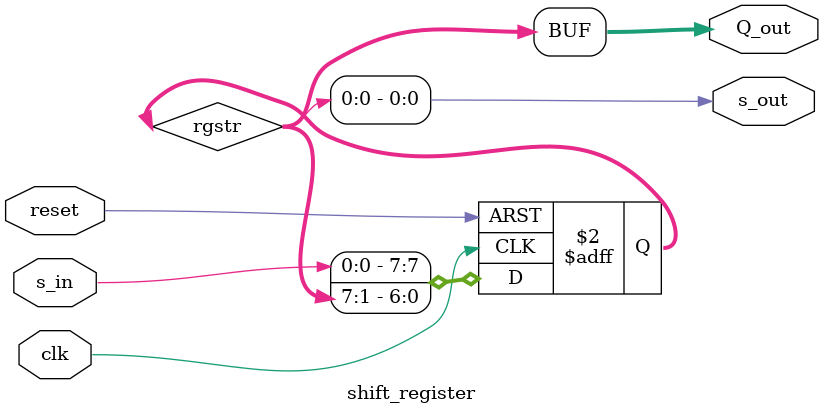
<source format=sv>

module shift_register
  #(parameter N = 8) (
    input 				clk, 
                        reset,
                        s_in,		//serial input
    output 				s_out,		//serial output
    output [N-1 : 0]	Q_out 		//parallel outputs
  );
  
  reg [N-1 : 0] rgstr;
  
  always_ff @(posedge clk, posedge reset) 
    if(reset)
      rgstr <= '0;
    else
      rgstr <= {s_in, rgstr[N-1:1]};

  assign s_out = rgstr[0];
  
  assign Q_out = rgstr;
    
endmodule: shift_register
</source>
